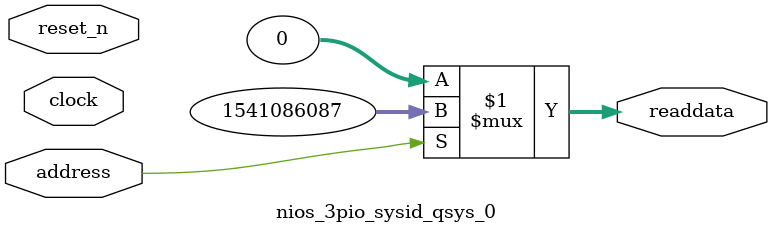
<source format=v>



// synthesis translate_off
`timescale 1ns / 1ps
// synthesis translate_on

// turn off superfluous verilog processor warnings 
// altera message_level Level1 
// altera message_off 10034 10035 10036 10037 10230 10240 10030 

module nios_3pio_sysid_qsys_0 (
               // inputs:
                address,
                clock,
                reset_n,

               // outputs:
                readdata
             )
;

  output  [ 31: 0] readdata;
  input            address;
  input            clock;
  input            reset_n;

  wire    [ 31: 0] readdata;
  //control_slave, which is an e_avalon_slave
  assign readdata = address ? 1541086087 : 0;

endmodule



</source>
